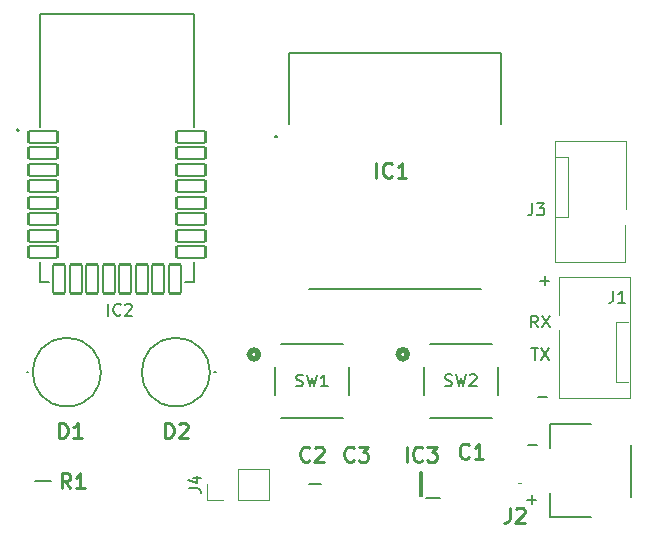
<source format=gto>
G04 #@! TF.GenerationSoftware,KiCad,Pcbnew,7.0.10*
G04 #@! TF.CreationDate,2025-02-21T18:16:38-05:00*
G04 #@! TF.ProjectId,pcb_v2,7063625f-7632-42e6-9b69-6361645f7063,rev?*
G04 #@! TF.SameCoordinates,Original*
G04 #@! TF.FileFunction,Legend,Top*
G04 #@! TF.FilePolarity,Positive*
%FSLAX46Y46*%
G04 Gerber Fmt 4.6, Leading zero omitted, Abs format (unit mm)*
G04 Created by KiCad (PCBNEW 7.0.10) date 2025-02-21 18:16:38*
%MOMM*%
%LPD*%
G01*
G04 APERTURE LIST*
G04 Aperture macros list*
%AMRoundRect*
0 Rectangle with rounded corners*
0 $1 Rounding radius*
0 $2 $3 $4 $5 $6 $7 $8 $9 X,Y pos of 4 corners*
0 Add a 4 corners polygon primitive as box body*
4,1,4,$2,$3,$4,$5,$6,$7,$8,$9,$2,$3,0*
0 Add four circle primitives for the rounded corners*
1,1,$1+$1,$2,$3*
1,1,$1+$1,$4,$5*
1,1,$1+$1,$6,$7*
1,1,$1+$1,$8,$9*
0 Add four rect primitives between the rounded corners*
20,1,$1+$1,$2,$3,$4,$5,0*
20,1,$1+$1,$4,$5,$6,$7,0*
20,1,$1+$1,$6,$7,$8,$9,0*
20,1,$1+$1,$8,$9,$2,$3,0*%
G04 Aperture macros list end*
%ADD10C,0.150000*%
%ADD11C,0.254000*%
%ADD12C,0.120000*%
%ADD13C,0.152400*%
%ADD14C,0.508000*%
%ADD15C,0.200000*%
%ADD16C,0.127000*%
%ADD17C,1.100000*%
%ADD18R,2.030000X1.730000*%
%ADD19O,2.030000X1.730000*%
%ADD20C,1.498600*%
%ADD21R,3.500000X1.000000*%
%ADD22R,3.400000X1.500000*%
%ADD23R,1.800000X1.150000*%
%ADD24R,1.150000X0.450000*%
%ADD25C,1.431000*%
%ADD26R,1.470000X1.020000*%
%ADD27R,1.700000X1.700000*%
%ADD28O,1.700000X1.700000*%
%ADD29R,1.500000X0.900000*%
%ADD30R,0.700000X0.700000*%
%ADD31RoundRect,0.102000X-1.225000X-0.500000X1.225000X-0.500000X1.225000X0.500000X-1.225000X0.500000X0*%
%ADD32RoundRect,0.102000X-0.500000X-1.225000X0.500000X-1.225000X0.500000X1.225000X-0.500000X1.225000X0*%
%ADD33R,1.430000X0.940000*%
G04 APERTURE END LIST*
D10*
X158388207Y-93709819D02*
X158054874Y-93233628D01*
X157816779Y-93709819D02*
X157816779Y-92709819D01*
X157816779Y-92709819D02*
X158197731Y-92709819D01*
X158197731Y-92709819D02*
X158292969Y-92757438D01*
X158292969Y-92757438D02*
X158340588Y-92805057D01*
X158340588Y-92805057D02*
X158388207Y-92900295D01*
X158388207Y-92900295D02*
X158388207Y-93043152D01*
X158388207Y-93043152D02*
X158340588Y-93138390D01*
X158340588Y-93138390D02*
X158292969Y-93186009D01*
X158292969Y-93186009D02*
X158197731Y-93233628D01*
X158197731Y-93233628D02*
X157816779Y-93233628D01*
X158721541Y-92709819D02*
X159388207Y-93709819D01*
X159388207Y-92709819D02*
X158721541Y-93709819D01*
X157496779Y-108308866D02*
X158258684Y-108308866D01*
X157877731Y-108689819D02*
X157877731Y-107927914D01*
X157576779Y-103648866D02*
X158338684Y-103648866D01*
X158596779Y-89758866D02*
X159358684Y-89758866D01*
X158977731Y-90139819D02*
X158977731Y-89377914D01*
X157833922Y-95459819D02*
X158405350Y-95459819D01*
X158119636Y-96459819D02*
X158119636Y-95459819D01*
X158643446Y-95459819D02*
X159310112Y-96459819D01*
X159310112Y-95459819D02*
X158643446Y-96459819D01*
X158366779Y-99588866D02*
X159128684Y-99588866D01*
X164756666Y-90634819D02*
X164756666Y-91349104D01*
X164756666Y-91349104D02*
X164709047Y-91491961D01*
X164709047Y-91491961D02*
X164613809Y-91587200D01*
X164613809Y-91587200D02*
X164470952Y-91634819D01*
X164470952Y-91634819D02*
X164375714Y-91634819D01*
X165756666Y-91634819D02*
X165185238Y-91634819D01*
X165470952Y-91634819D02*
X165470952Y-90634819D01*
X165470952Y-90634819D02*
X165375714Y-90777676D01*
X165375714Y-90777676D02*
X165280476Y-90872914D01*
X165280476Y-90872914D02*
X165185238Y-90920533D01*
X137916666Y-98657201D02*
X138059523Y-98704820D01*
X138059523Y-98704820D02*
X138297618Y-98704820D01*
X138297618Y-98704820D02*
X138392856Y-98657201D01*
X138392856Y-98657201D02*
X138440475Y-98609581D01*
X138440475Y-98609581D02*
X138488094Y-98514343D01*
X138488094Y-98514343D02*
X138488094Y-98419105D01*
X138488094Y-98419105D02*
X138440475Y-98323867D01*
X138440475Y-98323867D02*
X138392856Y-98276248D01*
X138392856Y-98276248D02*
X138297618Y-98228629D01*
X138297618Y-98228629D02*
X138107142Y-98181010D01*
X138107142Y-98181010D02*
X138011904Y-98133391D01*
X138011904Y-98133391D02*
X137964285Y-98085772D01*
X137964285Y-98085772D02*
X137916666Y-97990534D01*
X137916666Y-97990534D02*
X137916666Y-97895296D01*
X137916666Y-97895296D02*
X137964285Y-97800058D01*
X137964285Y-97800058D02*
X138011904Y-97752439D01*
X138011904Y-97752439D02*
X138107142Y-97704820D01*
X138107142Y-97704820D02*
X138345237Y-97704820D01*
X138345237Y-97704820D02*
X138488094Y-97752439D01*
X138821428Y-97704820D02*
X139059523Y-98704820D01*
X139059523Y-98704820D02*
X139249999Y-97990534D01*
X139249999Y-97990534D02*
X139440475Y-98704820D01*
X139440475Y-98704820D02*
X139678571Y-97704820D01*
X140583332Y-98704820D02*
X140011904Y-98704820D01*
X140297618Y-98704820D02*
X140297618Y-97704820D01*
X140297618Y-97704820D02*
X140202380Y-97847677D01*
X140202380Y-97847677D02*
X140107142Y-97942915D01*
X140107142Y-97942915D02*
X140011904Y-97990534D01*
D11*
X155986667Y-108974318D02*
X155986667Y-109881461D01*
X155986667Y-109881461D02*
X155926190Y-110062889D01*
X155926190Y-110062889D02*
X155805238Y-110183842D01*
X155805238Y-110183842D02*
X155623809Y-110244318D01*
X155623809Y-110244318D02*
X155502857Y-110244318D01*
X156530952Y-109095270D02*
X156591428Y-109034794D01*
X156591428Y-109034794D02*
X156712381Y-108974318D01*
X156712381Y-108974318D02*
X157014762Y-108974318D01*
X157014762Y-108974318D02*
X157135714Y-109034794D01*
X157135714Y-109034794D02*
X157196190Y-109095270D01*
X157196190Y-109095270D02*
X157256667Y-109216222D01*
X157256667Y-109216222D02*
X157256667Y-109337175D01*
X157256667Y-109337175D02*
X157196190Y-109518603D01*
X157196190Y-109518603D02*
X156470476Y-110244318D01*
X156470476Y-110244318D02*
X157256667Y-110244318D01*
X118788333Y-107324318D02*
X118364999Y-106719556D01*
X118062618Y-107324318D02*
X118062618Y-106054318D01*
X118062618Y-106054318D02*
X118546428Y-106054318D01*
X118546428Y-106054318D02*
X118667380Y-106114794D01*
X118667380Y-106114794D02*
X118727857Y-106175270D01*
X118727857Y-106175270D02*
X118788333Y-106296222D01*
X118788333Y-106296222D02*
X118788333Y-106477651D01*
X118788333Y-106477651D02*
X118727857Y-106598603D01*
X118727857Y-106598603D02*
X118667380Y-106659080D01*
X118667380Y-106659080D02*
X118546428Y-106719556D01*
X118546428Y-106719556D02*
X118062618Y-106719556D01*
X119997857Y-107324318D02*
X119272142Y-107324318D01*
X119634999Y-107324318D02*
X119634999Y-106054318D01*
X119634999Y-106054318D02*
X119514047Y-106235746D01*
X119514047Y-106235746D02*
X119393095Y-106356699D01*
X119393095Y-106356699D02*
X119272142Y-106417175D01*
X147260237Y-105074318D02*
X147260237Y-103804318D01*
X148590714Y-104953365D02*
X148530238Y-105013842D01*
X148530238Y-105013842D02*
X148348809Y-105074318D01*
X148348809Y-105074318D02*
X148227857Y-105074318D01*
X148227857Y-105074318D02*
X148046428Y-105013842D01*
X148046428Y-105013842D02*
X147925476Y-104892889D01*
X147925476Y-104892889D02*
X147864999Y-104771937D01*
X147864999Y-104771937D02*
X147804523Y-104530032D01*
X147804523Y-104530032D02*
X147804523Y-104348603D01*
X147804523Y-104348603D02*
X147864999Y-104106699D01*
X147864999Y-104106699D02*
X147925476Y-103985746D01*
X147925476Y-103985746D02*
X148046428Y-103864794D01*
X148046428Y-103864794D02*
X148227857Y-103804318D01*
X148227857Y-103804318D02*
X148348809Y-103804318D01*
X148348809Y-103804318D02*
X148530238Y-103864794D01*
X148530238Y-103864794D02*
X148590714Y-103925270D01*
X149014047Y-103804318D02*
X149800238Y-103804318D01*
X149800238Y-103804318D02*
X149376904Y-104288127D01*
X149376904Y-104288127D02*
X149558333Y-104288127D01*
X149558333Y-104288127D02*
X149679285Y-104348603D01*
X149679285Y-104348603D02*
X149739761Y-104409080D01*
X149739761Y-104409080D02*
X149800238Y-104530032D01*
X149800238Y-104530032D02*
X149800238Y-104832413D01*
X149800238Y-104832413D02*
X149739761Y-104953365D01*
X149739761Y-104953365D02*
X149679285Y-105013842D01*
X149679285Y-105013842D02*
X149558333Y-105074318D01*
X149558333Y-105074318D02*
X149195476Y-105074318D01*
X149195476Y-105074318D02*
X149074523Y-105013842D01*
X149074523Y-105013842D02*
X149014047Y-104953365D01*
X117832618Y-103074318D02*
X117832618Y-101804318D01*
X117832618Y-101804318D02*
X118134999Y-101804318D01*
X118134999Y-101804318D02*
X118316428Y-101864794D01*
X118316428Y-101864794D02*
X118437380Y-101985746D01*
X118437380Y-101985746D02*
X118497857Y-102106699D01*
X118497857Y-102106699D02*
X118558333Y-102348603D01*
X118558333Y-102348603D02*
X118558333Y-102530032D01*
X118558333Y-102530032D02*
X118497857Y-102771937D01*
X118497857Y-102771937D02*
X118437380Y-102892889D01*
X118437380Y-102892889D02*
X118316428Y-103013842D01*
X118316428Y-103013842D02*
X118134999Y-103074318D01*
X118134999Y-103074318D02*
X117832618Y-103074318D01*
X119767857Y-103074318D02*
X119042142Y-103074318D01*
X119404999Y-103074318D02*
X119404999Y-101804318D01*
X119404999Y-101804318D02*
X119284047Y-101985746D01*
X119284047Y-101985746D02*
X119163095Y-102106699D01*
X119163095Y-102106699D02*
X119042142Y-102167175D01*
X152538333Y-104703365D02*
X152477857Y-104763842D01*
X152477857Y-104763842D02*
X152296428Y-104824318D01*
X152296428Y-104824318D02*
X152175476Y-104824318D01*
X152175476Y-104824318D02*
X151994047Y-104763842D01*
X151994047Y-104763842D02*
X151873095Y-104642889D01*
X151873095Y-104642889D02*
X151812618Y-104521937D01*
X151812618Y-104521937D02*
X151752142Y-104280032D01*
X151752142Y-104280032D02*
X151752142Y-104098603D01*
X151752142Y-104098603D02*
X151812618Y-103856699D01*
X151812618Y-103856699D02*
X151873095Y-103735746D01*
X151873095Y-103735746D02*
X151994047Y-103614794D01*
X151994047Y-103614794D02*
X152175476Y-103554318D01*
X152175476Y-103554318D02*
X152296428Y-103554318D01*
X152296428Y-103554318D02*
X152477857Y-103614794D01*
X152477857Y-103614794D02*
X152538333Y-103675270D01*
X153747857Y-104824318D02*
X153022142Y-104824318D01*
X153384999Y-104824318D02*
X153384999Y-103554318D01*
X153384999Y-103554318D02*
X153264047Y-103735746D01*
X153264047Y-103735746D02*
X153143095Y-103856699D01*
X153143095Y-103856699D02*
X153022142Y-103917175D01*
X142788333Y-104953365D02*
X142727857Y-105013842D01*
X142727857Y-105013842D02*
X142546428Y-105074318D01*
X142546428Y-105074318D02*
X142425476Y-105074318D01*
X142425476Y-105074318D02*
X142244047Y-105013842D01*
X142244047Y-105013842D02*
X142123095Y-104892889D01*
X142123095Y-104892889D02*
X142062618Y-104771937D01*
X142062618Y-104771937D02*
X142002142Y-104530032D01*
X142002142Y-104530032D02*
X142002142Y-104348603D01*
X142002142Y-104348603D02*
X142062618Y-104106699D01*
X142062618Y-104106699D02*
X142123095Y-103985746D01*
X142123095Y-103985746D02*
X142244047Y-103864794D01*
X142244047Y-103864794D02*
X142425476Y-103804318D01*
X142425476Y-103804318D02*
X142546428Y-103804318D01*
X142546428Y-103804318D02*
X142727857Y-103864794D01*
X142727857Y-103864794D02*
X142788333Y-103925270D01*
X143211666Y-103804318D02*
X143997857Y-103804318D01*
X143997857Y-103804318D02*
X143574523Y-104288127D01*
X143574523Y-104288127D02*
X143755952Y-104288127D01*
X143755952Y-104288127D02*
X143876904Y-104348603D01*
X143876904Y-104348603D02*
X143937380Y-104409080D01*
X143937380Y-104409080D02*
X143997857Y-104530032D01*
X143997857Y-104530032D02*
X143997857Y-104832413D01*
X143997857Y-104832413D02*
X143937380Y-104953365D01*
X143937380Y-104953365D02*
X143876904Y-105013842D01*
X143876904Y-105013842D02*
X143755952Y-105074318D01*
X143755952Y-105074318D02*
X143393095Y-105074318D01*
X143393095Y-105074318D02*
X143272142Y-105013842D01*
X143272142Y-105013842D02*
X143211666Y-104953365D01*
X126812618Y-103074318D02*
X126812618Y-101804318D01*
X126812618Y-101804318D02*
X127114999Y-101804318D01*
X127114999Y-101804318D02*
X127296428Y-101864794D01*
X127296428Y-101864794D02*
X127417380Y-101985746D01*
X127417380Y-101985746D02*
X127477857Y-102106699D01*
X127477857Y-102106699D02*
X127538333Y-102348603D01*
X127538333Y-102348603D02*
X127538333Y-102530032D01*
X127538333Y-102530032D02*
X127477857Y-102771937D01*
X127477857Y-102771937D02*
X127417380Y-102892889D01*
X127417380Y-102892889D02*
X127296428Y-103013842D01*
X127296428Y-103013842D02*
X127114999Y-103074318D01*
X127114999Y-103074318D02*
X126812618Y-103074318D01*
X128022142Y-101925270D02*
X128082618Y-101864794D01*
X128082618Y-101864794D02*
X128203571Y-101804318D01*
X128203571Y-101804318D02*
X128505952Y-101804318D01*
X128505952Y-101804318D02*
X128626904Y-101864794D01*
X128626904Y-101864794D02*
X128687380Y-101925270D01*
X128687380Y-101925270D02*
X128747857Y-102046222D01*
X128747857Y-102046222D02*
X128747857Y-102167175D01*
X128747857Y-102167175D02*
X128687380Y-102348603D01*
X128687380Y-102348603D02*
X127961666Y-103074318D01*
X127961666Y-103074318D02*
X128747857Y-103074318D01*
D10*
X128849819Y-107333333D02*
X129564104Y-107333333D01*
X129564104Y-107333333D02*
X129706961Y-107380952D01*
X129706961Y-107380952D02*
X129802200Y-107476190D01*
X129802200Y-107476190D02*
X129849819Y-107619047D01*
X129849819Y-107619047D02*
X129849819Y-107714285D01*
X129183152Y-106428571D02*
X129849819Y-106428571D01*
X128802200Y-106666666D02*
X129516485Y-106904761D01*
X129516485Y-106904761D02*
X129516485Y-106285714D01*
X150520518Y-98637451D02*
X150663375Y-98685070D01*
X150663375Y-98685070D02*
X150901470Y-98685070D01*
X150901470Y-98685070D02*
X150996708Y-98637451D01*
X150996708Y-98637451D02*
X151044327Y-98589831D01*
X151044327Y-98589831D02*
X151091946Y-98494593D01*
X151091946Y-98494593D02*
X151091946Y-98399355D01*
X151091946Y-98399355D02*
X151044327Y-98304117D01*
X151044327Y-98304117D02*
X150996708Y-98256498D01*
X150996708Y-98256498D02*
X150901470Y-98208879D01*
X150901470Y-98208879D02*
X150710994Y-98161260D01*
X150710994Y-98161260D02*
X150615756Y-98113641D01*
X150615756Y-98113641D02*
X150568137Y-98066022D01*
X150568137Y-98066022D02*
X150520518Y-97970784D01*
X150520518Y-97970784D02*
X150520518Y-97875546D01*
X150520518Y-97875546D02*
X150568137Y-97780308D01*
X150568137Y-97780308D02*
X150615756Y-97732689D01*
X150615756Y-97732689D02*
X150710994Y-97685070D01*
X150710994Y-97685070D02*
X150949089Y-97685070D01*
X150949089Y-97685070D02*
X151091946Y-97732689D01*
X151425280Y-97685070D02*
X151663375Y-98685070D01*
X151663375Y-98685070D02*
X151853851Y-97970784D01*
X151853851Y-97970784D02*
X152044327Y-98685070D01*
X152044327Y-98685070D02*
X152282423Y-97685070D01*
X152615756Y-97780308D02*
X152663375Y-97732689D01*
X152663375Y-97732689D02*
X152758613Y-97685070D01*
X152758613Y-97685070D02*
X152996708Y-97685070D01*
X152996708Y-97685070D02*
X153091946Y-97732689D01*
X153091946Y-97732689D02*
X153139565Y-97780308D01*
X153139565Y-97780308D02*
X153187184Y-97875546D01*
X153187184Y-97875546D02*
X153187184Y-97970784D01*
X153187184Y-97970784D02*
X153139565Y-98113641D01*
X153139565Y-98113641D02*
X152568137Y-98685070D01*
X152568137Y-98685070D02*
X153187184Y-98685070D01*
X157916666Y-83204819D02*
X157916666Y-83919104D01*
X157916666Y-83919104D02*
X157869047Y-84061961D01*
X157869047Y-84061961D02*
X157773809Y-84157200D01*
X157773809Y-84157200D02*
X157630952Y-84204819D01*
X157630952Y-84204819D02*
X157535714Y-84204819D01*
X158297619Y-83204819D02*
X158916666Y-83204819D01*
X158916666Y-83204819D02*
X158583333Y-83585771D01*
X158583333Y-83585771D02*
X158726190Y-83585771D01*
X158726190Y-83585771D02*
X158821428Y-83633390D01*
X158821428Y-83633390D02*
X158869047Y-83681009D01*
X158869047Y-83681009D02*
X158916666Y-83776247D01*
X158916666Y-83776247D02*
X158916666Y-84014342D01*
X158916666Y-84014342D02*
X158869047Y-84109580D01*
X158869047Y-84109580D02*
X158821428Y-84157200D01*
X158821428Y-84157200D02*
X158726190Y-84204819D01*
X158726190Y-84204819D02*
X158440476Y-84204819D01*
X158440476Y-84204819D02*
X158345238Y-84157200D01*
X158345238Y-84157200D02*
X158297619Y-84109580D01*
D11*
X144700237Y-81024318D02*
X144700237Y-79754318D01*
X146030714Y-80903365D02*
X145970238Y-80963842D01*
X145970238Y-80963842D02*
X145788809Y-81024318D01*
X145788809Y-81024318D02*
X145667857Y-81024318D01*
X145667857Y-81024318D02*
X145486428Y-80963842D01*
X145486428Y-80963842D02*
X145365476Y-80842889D01*
X145365476Y-80842889D02*
X145304999Y-80721937D01*
X145304999Y-80721937D02*
X145244523Y-80480032D01*
X145244523Y-80480032D02*
X145244523Y-80298603D01*
X145244523Y-80298603D02*
X145304999Y-80056699D01*
X145304999Y-80056699D02*
X145365476Y-79935746D01*
X145365476Y-79935746D02*
X145486428Y-79814794D01*
X145486428Y-79814794D02*
X145667857Y-79754318D01*
X145667857Y-79754318D02*
X145788809Y-79754318D01*
X145788809Y-79754318D02*
X145970238Y-79814794D01*
X145970238Y-79814794D02*
X146030714Y-79875270D01*
X147240238Y-81024318D02*
X146514523Y-81024318D01*
X146877380Y-81024318D02*
X146877380Y-79754318D01*
X146877380Y-79754318D02*
X146756428Y-79935746D01*
X146756428Y-79935746D02*
X146635476Y-80056699D01*
X146635476Y-80056699D02*
X146514523Y-80117175D01*
D10*
X122023810Y-92704819D02*
X122023810Y-91704819D01*
X123071428Y-92609580D02*
X123023809Y-92657200D01*
X123023809Y-92657200D02*
X122880952Y-92704819D01*
X122880952Y-92704819D02*
X122785714Y-92704819D01*
X122785714Y-92704819D02*
X122642857Y-92657200D01*
X122642857Y-92657200D02*
X122547619Y-92561961D01*
X122547619Y-92561961D02*
X122500000Y-92466723D01*
X122500000Y-92466723D02*
X122452381Y-92276247D01*
X122452381Y-92276247D02*
X122452381Y-92133390D01*
X122452381Y-92133390D02*
X122500000Y-91942914D01*
X122500000Y-91942914D02*
X122547619Y-91847676D01*
X122547619Y-91847676D02*
X122642857Y-91752438D01*
X122642857Y-91752438D02*
X122785714Y-91704819D01*
X122785714Y-91704819D02*
X122880952Y-91704819D01*
X122880952Y-91704819D02*
X123023809Y-91752438D01*
X123023809Y-91752438D02*
X123071428Y-91800057D01*
X123452381Y-91800057D02*
X123500000Y-91752438D01*
X123500000Y-91752438D02*
X123595238Y-91704819D01*
X123595238Y-91704819D02*
X123833333Y-91704819D01*
X123833333Y-91704819D02*
X123928571Y-91752438D01*
X123928571Y-91752438D02*
X123976190Y-91800057D01*
X123976190Y-91800057D02*
X124023809Y-91895295D01*
X124023809Y-91895295D02*
X124023809Y-91990533D01*
X124023809Y-91990533D02*
X123976190Y-92133390D01*
X123976190Y-92133390D02*
X123404762Y-92704819D01*
X123404762Y-92704819D02*
X124023809Y-92704819D01*
D11*
X139038333Y-104953365D02*
X138977857Y-105013842D01*
X138977857Y-105013842D02*
X138796428Y-105074318D01*
X138796428Y-105074318D02*
X138675476Y-105074318D01*
X138675476Y-105074318D02*
X138494047Y-105013842D01*
X138494047Y-105013842D02*
X138373095Y-104892889D01*
X138373095Y-104892889D02*
X138312618Y-104771937D01*
X138312618Y-104771937D02*
X138252142Y-104530032D01*
X138252142Y-104530032D02*
X138252142Y-104348603D01*
X138252142Y-104348603D02*
X138312618Y-104106699D01*
X138312618Y-104106699D02*
X138373095Y-103985746D01*
X138373095Y-103985746D02*
X138494047Y-103864794D01*
X138494047Y-103864794D02*
X138675476Y-103804318D01*
X138675476Y-103804318D02*
X138796428Y-103804318D01*
X138796428Y-103804318D02*
X138977857Y-103864794D01*
X138977857Y-103864794D02*
X139038333Y-103925270D01*
X139522142Y-103925270D02*
X139582618Y-103864794D01*
X139582618Y-103864794D02*
X139703571Y-103804318D01*
X139703571Y-103804318D02*
X140005952Y-103804318D01*
X140005952Y-103804318D02*
X140126904Y-103864794D01*
X140126904Y-103864794D02*
X140187380Y-103925270D01*
X140187380Y-103925270D02*
X140247857Y-104046222D01*
X140247857Y-104046222D02*
X140247857Y-104167175D01*
X140247857Y-104167175D02*
X140187380Y-104348603D01*
X140187380Y-104348603D02*
X139461666Y-105074318D01*
X139461666Y-105074318D02*
X140247857Y-105074318D01*
D12*
X160150000Y-99720000D02*
X160150000Y-93970000D01*
X166150000Y-99720000D02*
X160150000Y-99720000D01*
X165040000Y-98370000D02*
X165040000Y-93290000D01*
X166050000Y-98370000D02*
X165040000Y-98370000D01*
X165040000Y-93290000D02*
X166050000Y-93290000D01*
X160200000Y-92620000D02*
X160200000Y-89420000D01*
X160200000Y-89420000D02*
X166150000Y-89420000D01*
X166150000Y-89420000D02*
X166150000Y-99720000D01*
D13*
X136125799Y-97074702D02*
X136125799Y-99425299D01*
X136637639Y-101374201D02*
X141862359Y-101374201D01*
X141862359Y-95125801D02*
X136637639Y-95125801D01*
X142374199Y-99425299D02*
X142374199Y-97074702D01*
D14*
X134728799Y-96000000D02*
G75*
G03*
X133966799Y-96000000I-381000J0D01*
G01*
X133966799Y-96000000D02*
G75*
G03*
X134728799Y-96000000I381000J0D01*
G01*
D15*
X159450000Y-109800000D02*
X162875000Y-109800000D01*
X159450000Y-109800000D02*
X159450000Y-107750000D01*
X166299000Y-108046000D02*
X166299000Y-103654000D01*
X159450000Y-101900000D02*
X159450000Y-103950000D01*
X159450000Y-101900000D02*
X162875000Y-101900000D01*
X156920000Y-106919000D02*
G75*
G03*
X156816000Y-106919000I-52000J0D01*
G01*
X156816000Y-106919000D02*
G75*
G03*
X156920000Y-106919000I52000J0D01*
G01*
X115800000Y-106750000D02*
X117200000Y-106750000D01*
X150075000Y-108125000D02*
X148925000Y-108125000D01*
X148575000Y-108012000D02*
X148425000Y-108012000D01*
X148575000Y-105988000D02*
X148575000Y-108012000D01*
X148425000Y-108012000D02*
X148425000Y-105988000D01*
X148425000Y-105988000D02*
X148575000Y-105988000D01*
X118500000Y-100388000D02*
X118500000Y-100388000D01*
X118500000Y-94612000D02*
X118500000Y-94612000D01*
X115230000Y-97500000D02*
X115230000Y-97500000D01*
X115130000Y-97500000D02*
X115130000Y-97500000D01*
X118500000Y-94612000D02*
G75*
G03*
X118500000Y-100388000I0J-2888000D01*
G01*
X118500000Y-100388000D02*
G75*
G03*
X118500000Y-94612000I0J2888000D01*
G01*
X115130000Y-97500000D02*
G75*
G03*
X115230000Y-97500000I50000J0D01*
G01*
X115230000Y-97500000D02*
G75*
G03*
X115130000Y-97500000I-50000J0D01*
G01*
X127730000Y-94612000D02*
X127730000Y-94612000D01*
X127730000Y-100388000D02*
X127730000Y-100388000D01*
X131000000Y-97500000D02*
X131000000Y-97500000D01*
X131100000Y-97500000D02*
X131100000Y-97500000D01*
X127730000Y-100388000D02*
G75*
G03*
X127730000Y-94612000I0J2888000D01*
G01*
X127730000Y-94612000D02*
G75*
G03*
X127730000Y-100388000I0J-2888000D01*
G01*
X131100000Y-97500000D02*
G75*
G03*
X131000000Y-97500000I-50000J0D01*
G01*
X131000000Y-97500000D02*
G75*
G03*
X131100000Y-97500000I50000J0D01*
G01*
D12*
X130395000Y-108330000D02*
X130395000Y-107000000D01*
X131725000Y-108330000D02*
X130395000Y-108330000D01*
X132995000Y-108330000D02*
X135595000Y-108330000D01*
X132995000Y-108330000D02*
X132995000Y-105670000D01*
X135595000Y-108330000D02*
X135595000Y-105670000D01*
X132995000Y-105670000D02*
X135595000Y-105670000D01*
D13*
X148729651Y-97054952D02*
X148729651Y-99405549D01*
X149241491Y-101354451D02*
X154466211Y-101354451D01*
X154466211Y-95106051D02*
X149241491Y-95106051D01*
X154978051Y-99405549D02*
X154978051Y-97054952D01*
D14*
X147332651Y-95980250D02*
G75*
G03*
X146570651Y-95980250I-381000J0D01*
G01*
X146570651Y-95980250D02*
G75*
G03*
X147332651Y-95980250I381000J0D01*
G01*
D12*
X165850000Y-77900000D02*
X165850000Y-83650000D01*
X159850000Y-77900000D02*
X165850000Y-77900000D01*
X160960000Y-79250000D02*
X160960000Y-84330000D01*
X159950000Y-79250000D02*
X160960000Y-79250000D01*
X160960000Y-84330000D02*
X159950000Y-84330000D01*
X165800000Y-85000000D02*
X165800000Y-88200000D01*
X165800000Y-88200000D02*
X159850000Y-88200000D01*
X159850000Y-88200000D02*
X159850000Y-77900000D01*
D15*
X136090000Y-77550000D02*
X136090000Y-77550000D01*
X136090000Y-77550000D02*
X136090000Y-77550000D01*
X136290000Y-77550000D02*
X136290000Y-77550000D01*
X137290000Y-70450000D02*
X137290000Y-70450000D01*
X137290000Y-70450000D02*
X137290000Y-70450000D01*
X137290000Y-70450000D02*
X137290000Y-76450000D01*
X137290000Y-70450000D02*
X155290000Y-70450000D01*
X137290000Y-76450000D02*
X137290000Y-70450000D01*
X137290000Y-76450000D02*
X137290000Y-76450000D01*
X139040000Y-90450000D02*
X139040000Y-90450000D01*
X139040000Y-90450000D02*
X153540000Y-90450000D01*
X153540000Y-90450000D02*
X139040000Y-90450000D01*
X153540000Y-90450000D02*
X153540000Y-90450000D01*
X155290000Y-70450000D02*
X137290000Y-70450000D01*
X155290000Y-70450000D02*
X155290000Y-70450000D01*
X155290000Y-70450000D02*
X155290000Y-70450000D01*
X155290000Y-70450000D02*
X155290000Y-76450000D01*
X155290000Y-76450000D02*
X155290000Y-70450000D01*
X155290000Y-76450000D02*
X155290000Y-76450000D01*
X136290000Y-77550000D02*
G75*
G03*
X136090000Y-77550000I-100000J0D01*
G01*
X136090000Y-77550000D02*
G75*
G03*
X136290000Y-77550000I100000J0D01*
G01*
X136090000Y-77550000D02*
G75*
G03*
X136290000Y-77550000I100000J0D01*
G01*
D16*
X116250000Y-67150000D02*
X129250000Y-67150000D01*
X116250000Y-76700000D02*
X116250000Y-67150000D01*
X116250000Y-89850000D02*
X116250000Y-88180000D01*
X117030000Y-89850000D02*
X116250000Y-89850000D01*
X129250000Y-67150000D02*
X129250000Y-76700000D01*
X129250000Y-88180000D02*
X129250000Y-89850000D01*
X129250000Y-89850000D02*
X128470000Y-89850000D01*
D15*
X114450000Y-77000000D02*
G75*
G03*
X114250000Y-77000000I-100000J0D01*
G01*
X114250000Y-77000000D02*
G75*
G03*
X114450000Y-77000000I100000J0D01*
G01*
X138975000Y-107000000D02*
X140025000Y-107000000D01*
%LPC*%
D17*
X160590000Y-93290000D03*
D18*
X162750000Y-98370000D03*
D19*
X162750000Y-95830000D03*
X162750000Y-93290000D03*
X162750000Y-90750000D03*
D20*
X135999998Y-96000000D03*
X142500000Y-96000000D03*
X135999998Y-100500001D03*
X142500000Y-100500001D03*
D21*
X159450000Y-106850000D03*
X159450000Y-104850000D03*
D22*
X165000000Y-109200000D03*
X165000000Y-102500000D03*
D23*
X116500000Y-108200000D03*
X116500000Y-105300000D03*
D24*
X149500000Y-107650000D03*
X149500000Y-107000000D03*
X149500000Y-106350000D03*
X147500000Y-106350000D03*
X147500000Y-107650000D03*
D25*
X117230000Y-97500000D03*
X119770000Y-97500000D03*
D26*
X152750000Y-107810000D03*
X152750000Y-106190000D03*
X143000000Y-107810000D03*
X143000000Y-106190000D03*
D25*
X129000000Y-97500000D03*
X126460000Y-97500000D03*
D27*
X131725000Y-107000000D03*
D28*
X134265000Y-107000000D03*
D20*
X148603850Y-95980250D03*
X155103852Y-95980250D03*
X148603850Y-100480251D03*
X155103852Y-100480251D03*
D17*
X165410000Y-84330000D03*
D18*
X163250000Y-79250000D03*
D19*
X163250000Y-81790000D03*
X163250000Y-84330000D03*
X163250000Y-86870000D03*
D29*
X137540000Y-77550000D03*
X137540000Y-79050000D03*
X137540000Y-80550000D03*
X137540000Y-82050000D03*
X137540000Y-83550000D03*
X137540000Y-85050000D03*
X137540000Y-86550000D03*
X137540000Y-88050000D03*
X137540000Y-89550000D03*
X155040000Y-89550000D03*
X155040000Y-88050000D03*
X155040000Y-86550000D03*
X155040000Y-85050000D03*
X155040000Y-83550000D03*
X155040000Y-82050000D03*
X155040000Y-80550000D03*
X155040000Y-79050000D03*
X155040000Y-77550000D03*
D30*
X147250000Y-83750000D03*
X148350000Y-83750000D03*
X148350000Y-82650000D03*
X147250000Y-82650000D03*
X146150000Y-82650000D03*
X146150000Y-83750000D03*
X146150000Y-84850000D03*
X147250000Y-84850000D03*
X148350000Y-84850000D03*
D31*
X116455000Y-77550000D03*
X116455000Y-78950000D03*
X116455000Y-80350000D03*
X116455000Y-81750000D03*
X116455000Y-83150000D03*
X116455000Y-84550000D03*
X116455000Y-85950000D03*
X116455000Y-87350000D03*
D32*
X117850000Y-89645000D03*
X119250000Y-89645000D03*
X120650000Y-89645000D03*
X122050000Y-89645000D03*
X123450000Y-89645000D03*
X124850000Y-89645000D03*
X126250000Y-89645000D03*
X127650000Y-89645000D03*
D31*
X129045000Y-87350000D03*
X129045000Y-85950000D03*
X129045000Y-84550000D03*
X129045000Y-83150000D03*
X129045000Y-81750000D03*
X129045000Y-80350000D03*
X129045000Y-78950000D03*
X129045000Y-77550000D03*
D33*
X139500000Y-107820000D03*
X139500000Y-106180000D03*
%LPD*%
M02*

</source>
